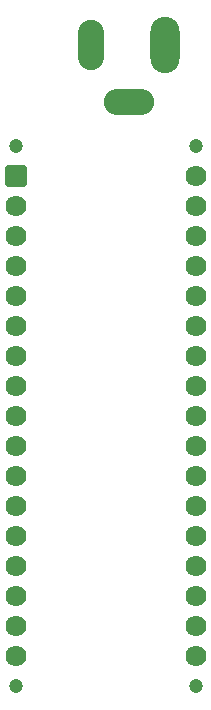
<source format=gbr>
%TF.GenerationSoftware,KiCad,Pcbnew,9.0.2*%
%TF.CreationDate,2025-06-26T16:26:35-07:00*%
%TF.ProjectId,basic-test,62617369-632d-4746-9573-742e6b696361,rev?*%
%TF.SameCoordinates,Original*%
%TF.FileFunction,Soldermask,Bot*%
%TF.FilePolarity,Negative*%
%FSLAX46Y46*%
G04 Gerber Fmt 4.6, Leading zero omitted, Abs format (unit mm)*
G04 Created by KiCad (PCBNEW 9.0.2) date 2025-06-26 16:26:35*
%MOMM*%
%LPD*%
G01*
G04 APERTURE LIST*
G04 Aperture macros list*
%AMRoundRect*
0 Rectangle with rounded corners*
0 $1 Rounding radius*
0 $2 $3 $4 $5 $6 $7 $8 $9 X,Y pos of 4 corners*
0 Add a 4 corners polygon primitive as box body*
4,1,4,$2,$3,$4,$5,$6,$7,$8,$9,$2,$3,0*
0 Add four circle primitives for the rounded corners*
1,1,$1+$1,$2,$3*
1,1,$1+$1,$4,$5*
1,1,$1+$1,$6,$7*
1,1,$1+$1,$8,$9*
0 Add four rect primitives between the rounded corners*
20,1,$1+$1,$2,$3,$4,$5,0*
20,1,$1+$1,$4,$5,$6,$7,0*
20,1,$1+$1,$6,$7,$8,$9,0*
20,1,$1+$1,$8,$9,$2,$3,0*%
G04 Aperture macros list end*
%ADD10C,1.200000*%
%ADD11RoundRect,0.102000X-0.787400X-0.787400X0.787400X-0.787400X0.787400X0.787400X-0.787400X0.787400X0*%
%ADD12C,1.778800*%
%ADD13O,2.484000X4.764000*%
%ADD14O,4.254000X2.229000*%
%ADD15O,2.229000X4.254000*%
G04 APERTURE END LIST*
D10*
%TO.C,U1*%
X112630000Y-79560000D03*
X112630000Y-125280000D03*
X127870000Y-79560000D03*
X127870000Y-125280000D03*
D11*
X112630000Y-82100000D03*
D12*
X112630000Y-84640000D03*
X112630000Y-87180000D03*
X112630000Y-89720000D03*
X112630000Y-92260000D03*
X112630000Y-94800000D03*
X112630000Y-97340000D03*
X112630000Y-99880000D03*
X112630000Y-102420000D03*
X112630000Y-104960000D03*
X112630000Y-107500000D03*
X112630000Y-110040000D03*
X112630000Y-112580000D03*
X112630000Y-115120000D03*
X112630000Y-117660000D03*
X112630000Y-120200000D03*
X112630000Y-122740000D03*
X127870000Y-122740000D03*
X127870000Y-120200000D03*
X127870000Y-117660000D03*
X127870000Y-115120000D03*
X127870000Y-112580000D03*
X127870000Y-110040000D03*
X127870000Y-107500000D03*
X127870000Y-104960000D03*
X127870000Y-102420000D03*
X127870000Y-99880000D03*
X127870000Y-97340000D03*
X127870000Y-94800000D03*
X127870000Y-92260000D03*
X127870000Y-89720000D03*
X127870000Y-87180000D03*
X127870000Y-84640000D03*
X127870000Y-82100000D03*
%TD*%
D13*
%TO.C,J1*%
X125250000Y-71000000D03*
D14*
X122250000Y-75800000D03*
D15*
X119000000Y-71000000D03*
%TD*%
M02*

</source>
